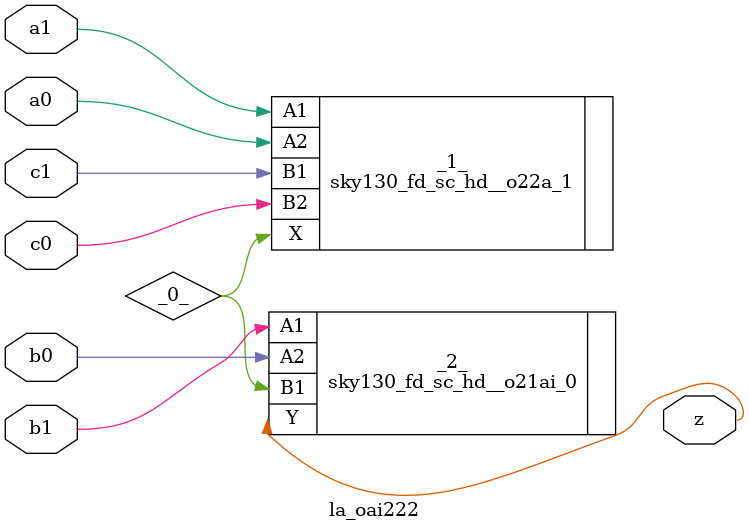
<source format=v>
/* Generated by Yosys 0.37 (git sha1 a5c7f69ed, clang 14.0.0-1ubuntu1.1 -fPIC -Os) */

module la_oai222(a0, a1, b0, b1, c0, c1, z);
  wire _0_;
  input a0;
  wire a0;
  input a1;
  wire a1;
  input b0;
  wire b0;
  input b1;
  wire b1;
  input c0;
  wire c0;
  input c1;
  wire c1;
  output z;
  wire z;
  sky130_fd_sc_hd__o22a_1 _1_ (
    .A1(a1),
    .A2(a0),
    .B1(c1),
    .B2(c0),
    .X(_0_)
  );
  sky130_fd_sc_hd__o21ai_0 _2_ (
    .A1(b1),
    .A2(b0),
    .B1(_0_),
    .Y(z)
  );
endmodule

</source>
